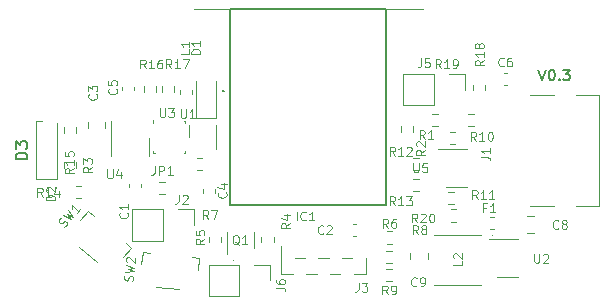
<source format=gto>
G04 #@! TF.GenerationSoftware,KiCad,Pcbnew,(5.1.10)-1*
G04 #@! TF.CreationDate,2021-10-24T01:26:48-05:00*
G04 #@! TF.ProjectId,temp sensor,74656d70-2073-4656-9e73-6f722e6b6963,0.2*
G04 #@! TF.SameCoordinates,Original*
G04 #@! TF.FileFunction,Legend,Top*
G04 #@! TF.FilePolarity,Positive*
%FSLAX45Y45*%
G04 Gerber Fmt 4.5, Leading zero omitted, Abs format (unit mm)*
G04 Created by KiCad (PCBNEW (5.1.10)-1) date 2021-10-24 01:26:48*
%MOMM*%
%LPD*%
G01*
G04 APERTURE LIST*
%ADD10C,0.100000*%
%ADD11C,0.187500*%
%ADD12C,0.200000*%
%ADD13C,0.120000*%
%ADD14C,0.150000*%
G04 APERTURE END LIST*
D10*
X15007000Y-8065000D02*
X13072000Y-8065000D01*
X15599236Y-9982000D02*
G75*
G03*
X15599236Y-9982000I-2236J0D01*
G01*
X13403236Y-10196000D02*
G75*
G03*
X13403236Y-10196000I-2236J0D01*
G01*
X13038000Y-9290000D02*
G75*
G03*
X13038000Y-9290000I-2236J0D01*
G01*
X12633236Y-8932000D02*
G75*
G03*
X12633236Y-8932000I-2236J0D01*
G01*
X12749236Y-8982000D02*
G75*
G03*
X12749236Y-8982000I-2236J0D01*
G01*
D11*
X15987857Y-8580714D02*
X16017857Y-8670714D01*
X16047857Y-8580714D01*
X16095000Y-8580714D02*
X16103571Y-8580714D01*
X16112143Y-8585000D01*
X16116428Y-8589286D01*
X16120714Y-8597857D01*
X16125000Y-8615000D01*
X16125000Y-8636429D01*
X16120714Y-8653571D01*
X16116428Y-8662143D01*
X16112143Y-8666429D01*
X16103571Y-8670714D01*
X16095000Y-8670714D01*
X16086428Y-8666429D01*
X16082143Y-8662143D01*
X16077857Y-8653571D01*
X16073571Y-8636429D01*
X16073571Y-8615000D01*
X16077857Y-8597857D01*
X16082143Y-8589286D01*
X16086428Y-8585000D01*
X16095000Y-8580714D01*
X16163571Y-8662143D02*
X16167857Y-8666429D01*
X16163571Y-8670714D01*
X16159286Y-8666429D01*
X16163571Y-8662143D01*
X16163571Y-8670714D01*
X16197857Y-8580714D02*
X16253571Y-8580714D01*
X16223571Y-8615000D01*
X16236428Y-8615000D01*
X16245000Y-8619286D01*
X16249286Y-8623571D01*
X16253571Y-8632143D01*
X16253571Y-8653571D01*
X16249286Y-8662143D01*
X16245000Y-8666429D01*
X16236428Y-8670714D01*
X16210714Y-8670714D01*
X16202143Y-8666429D01*
X16197857Y-8662143D01*
D12*
G04 #@! TO.C,IC1*
X13373000Y-8564000D02*
X13373000Y-8564000D01*
X13373000Y-8564000D02*
X13373000Y-8064000D01*
X13373000Y-8064000D02*
X13373000Y-8064000D01*
X13373000Y-8064000D02*
X13373000Y-9724000D01*
X13373000Y-9724000D02*
X14693000Y-9724000D01*
X14693000Y-8064000D02*
X14693000Y-8064000D01*
X14693000Y-8064000D02*
X13373000Y-8064000D01*
X13373000Y-8064000D02*
X13373000Y-8064000D01*
X14693000Y-8064000D02*
X14693000Y-8064000D01*
X14693000Y-8064000D02*
X14693000Y-8564000D01*
X14693000Y-8564000D02*
X14693000Y-8564000D01*
X14693000Y-9724000D02*
X14693000Y-8064000D01*
X13313000Y-8764000D02*
X13313000Y-8764000D01*
X13323000Y-8764000D02*
X13323000Y-8764000D01*
X13313000Y-8764000D02*
X13313000Y-8764000D01*
X13323000Y-8764000D02*
G75*
G02*
X13313000Y-8764000I-5000J0D01*
G01*
X13313000Y-8764000D02*
G75*
G02*
X13323000Y-8764000I5000J0D01*
G01*
X13323000Y-8764000D02*
G75*
G02*
X13313000Y-8764000I-5000J0D01*
G01*
D13*
G04 #@! TO.C,R10*
X15236086Y-9211236D02*
X15283538Y-9211236D01*
X15236086Y-9106736D02*
X15283538Y-9106736D01*
G04 #@! TO.C,SW1*
X12097238Y-10080431D02*
X12248180Y-10211643D01*
X12175275Y-9777264D02*
X12109670Y-9852735D01*
X12220558Y-9816628D02*
X12175275Y-9777264D01*
X12537536Y-10092172D02*
X12471930Y-10167643D01*
X12492253Y-10052809D02*
X12537536Y-10092172D01*
G04 #@! TO.C,J2*
X13070236Y-9763602D02*
X13070236Y-9896602D01*
X12937236Y-9763602D02*
X13070236Y-9763602D01*
X12810236Y-9763602D02*
X12810236Y-10029602D01*
X12810236Y-10029602D02*
X12550236Y-10029602D01*
X12810236Y-9763602D02*
X12550236Y-9763602D01*
X12550236Y-9763602D02*
X12550236Y-10029602D01*
G04 #@! TO.C,J3*
X14423500Y-10312000D02*
X14523500Y-10312000D01*
X14223500Y-10312000D02*
X14311500Y-10312000D01*
X14023500Y-10312000D02*
X14111500Y-10312000D01*
X13823500Y-10312000D02*
X13911500Y-10312000D01*
X13811500Y-10312000D02*
X13911500Y-10312000D01*
X14523500Y-10312000D02*
X14523500Y-10312000D01*
X13811500Y-10173000D02*
X13811500Y-10173000D01*
X13811500Y-10173000D02*
X13811500Y-10073500D01*
X14323500Y-10173000D02*
X14411500Y-10173000D01*
X14123500Y-10173000D02*
X14211500Y-10173000D01*
X13923500Y-10173000D02*
X14011500Y-10173000D01*
X14523500Y-10312000D02*
X14523500Y-10173000D01*
X13811500Y-10312000D02*
X13811500Y-10173000D01*
G04 #@! TO.C,R6*
X14701274Y-10054750D02*
X14748726Y-10054750D01*
X14701274Y-9950250D02*
X14748726Y-9950250D01*
G04 #@! TO.C,C5*
X12461500Y-8725942D02*
X12461500Y-8754058D01*
X12563500Y-8725942D02*
X12563500Y-8754058D01*
G04 #@! TO.C,R15*
X12074750Y-9113726D02*
X12074750Y-9066274D01*
X11970250Y-9113726D02*
X11970250Y-9066274D01*
G04 #@! TO.C,R16*
X12748450Y-8768026D02*
X12748450Y-8720574D01*
X12643950Y-8768026D02*
X12643950Y-8720574D01*
G04 #@! TO.C,C4*
X13246000Y-9621558D02*
X13246000Y-9593442D01*
X13144000Y-9621558D02*
X13144000Y-9593442D01*
G04 #@! TO.C,R13*
X14972388Y-9504246D02*
X14924936Y-9504246D01*
X14972388Y-9608746D02*
X14924936Y-9608746D01*
G04 #@! TO.C,R3*
X12074750Y-9413726D02*
X12074750Y-9366274D01*
X11970250Y-9413726D02*
X11970250Y-9366274D01*
G04 #@! TO.C,R2*
X14925526Y-9106948D02*
X14925526Y-9059496D01*
X14821026Y-9106948D02*
X14821026Y-9059496D01*
G04 #@! TO.C,R11*
X15272870Y-9614990D02*
X15225418Y-9614990D01*
X15272870Y-9719490D02*
X15225418Y-9719490D01*
G04 #@! TO.C,R4*
X13640250Y-9996274D02*
X13640250Y-10043726D01*
X13744750Y-9996274D02*
X13744750Y-10043726D01*
G04 #@! TO.C,R7*
X13141226Y-9327750D02*
X13093774Y-9327750D01*
X13141226Y-9432250D02*
X13093774Y-9432250D01*
G04 #@! TO.C,U2*
X15812600Y-10012970D02*
X15567600Y-10012970D01*
X15632600Y-10334970D02*
X15812600Y-10334970D01*
G04 #@! TO.C,C3*
X12171500Y-9023875D02*
X12171500Y-9076125D01*
X12318500Y-9023875D02*
X12318500Y-9076125D01*
G04 #@! TO.C,Q1*
X13583500Y-10095000D02*
X13583500Y-9955000D01*
X13351500Y-9955000D02*
X13351500Y-10145000D01*
G04 #@! TO.C,D1*
X13087500Y-8992500D02*
X13087500Y-8677500D01*
X13257500Y-8992500D02*
X13257500Y-8677500D01*
X13087500Y-8992500D02*
X13257500Y-8992500D01*
G04 #@! TO.C,U4*
X12372000Y-9013400D02*
X12372000Y-9313400D01*
X12694000Y-9163400D02*
X12694000Y-9313400D01*
G04 #@! TO.C,D2*
X11909500Y-9511000D02*
X11737500Y-9511000D01*
X11909500Y-9030000D02*
X11909500Y-9511000D01*
X11737500Y-9019000D02*
X11737500Y-9511000D01*
X11783500Y-9019000D02*
X11737500Y-9019000D01*
G04 #@! TO.C,R12*
X14973150Y-9327716D02*
X14925698Y-9327716D01*
X14973150Y-9432216D02*
X14925698Y-9432216D01*
G04 #@! TO.C,C9*
X14901832Y-10135399D02*
X14901832Y-10187649D01*
X15048832Y-10135399D02*
X15048832Y-10187649D01*
G04 #@! TO.C,R1*
X15087050Y-9060472D02*
X15134502Y-9060472D01*
X15087050Y-8955972D02*
X15134502Y-8955972D01*
G04 #@! TO.C,R9*
X14746226Y-10270250D02*
X14698774Y-10270250D01*
X14746226Y-10374750D02*
X14698774Y-10374750D01*
G04 #@! TO.C,C1*
X12519206Y-9550566D02*
X12519206Y-9578682D01*
X12621206Y-9550566D02*
X12621206Y-9578682D01*
G04 #@! TO.C,R17*
X12900850Y-8768026D02*
X12900850Y-8720574D01*
X12796350Y-8768026D02*
X12796350Y-8720574D01*
G04 #@! TO.C,R14*
X12071274Y-9669750D02*
X12118726Y-9669750D01*
X12071274Y-9565250D02*
X12118726Y-9565250D01*
G04 #@! TO.C,C8*
X15894595Y-9968324D02*
X15946845Y-9968324D01*
X15894595Y-9821324D02*
X15946845Y-9821324D01*
G04 #@! TO.C,R8*
X14698774Y-10219750D02*
X14746226Y-10219750D01*
X14698774Y-10115250D02*
X14746226Y-10115250D01*
G04 #@! TO.C,L2*
X15503300Y-9982100D02*
X15103300Y-9982100D01*
X15503300Y-10402100D02*
X15103300Y-10402100D01*
G04 #@! TO.C,J5*
X15362078Y-8617808D02*
X15362078Y-8750808D01*
X15229078Y-8617808D02*
X15362078Y-8617808D01*
X15102078Y-8617808D02*
X15102078Y-8883808D01*
X15102078Y-8883808D02*
X14842078Y-8883808D01*
X15102078Y-8617808D02*
X14842078Y-8617808D01*
X14842078Y-8617808D02*
X14842078Y-8883808D01*
G04 #@! TO.C,C2*
X14441558Y-9889000D02*
X14413442Y-9889000D01*
X14441558Y-9991000D02*
X14413442Y-9991000D01*
G04 #@! TO.C,J6*
X13715500Y-10232000D02*
X13715500Y-10365000D01*
X13582500Y-10232000D02*
X13715500Y-10232000D01*
X13455500Y-10232000D02*
X13455500Y-10498000D01*
X13455500Y-10498000D02*
X13195500Y-10498000D01*
X13455500Y-10232000D02*
X13195500Y-10232000D01*
X13195500Y-10232000D02*
X13195500Y-10498000D01*
G04 #@! TO.C,R5*
X13299750Y-10043726D02*
X13299750Y-9996274D01*
X13195250Y-10043726D02*
X13195250Y-9996274D01*
D10*
G04 #@! TO.C,U3*
X12728200Y-9030700D02*
X12728200Y-9005700D01*
X12998200Y-9015700D02*
X12998200Y-9030700D01*
X12983200Y-9015700D02*
X12998200Y-9015700D01*
X12998200Y-9285700D02*
X12983200Y-9285700D01*
X12998200Y-9285700D02*
X12998200Y-9270700D01*
X12728200Y-9285700D02*
X12728200Y-9270700D01*
X12728200Y-9286700D02*
X12743200Y-9286700D01*
D13*
G04 #@! TO.C,L1*
X12949000Y-8753722D02*
X12949000Y-8786278D01*
X13051000Y-8753722D02*
X13051000Y-8786278D01*
G04 #@! TO.C,U5*
X15381308Y-9253002D02*
X15136308Y-9253002D01*
X15201308Y-9575002D02*
X15381308Y-9575002D01*
G04 #@! TO.C,U1*
X13253600Y-9250700D02*
X13253600Y-9050700D01*
X13031600Y-9150700D02*
X13031600Y-9050700D01*
G04 #@! TO.C,SW2*
X12746132Y-10417923D02*
X12945036Y-10438828D01*
X12636166Y-10124823D02*
X12625714Y-10224275D01*
X12695838Y-10131094D02*
X12636166Y-10124823D01*
X13113537Y-10174996D02*
X13103084Y-10274448D01*
X13053866Y-10168725D02*
X13113537Y-10174996D01*
G04 #@! TO.C,C6*
X15720910Y-8607352D02*
X15692794Y-8607352D01*
X15720910Y-8709352D02*
X15692794Y-8709352D01*
G04 #@! TO.C,J1*
X16499696Y-9734396D02*
X16499696Y-8794396D01*
X15919696Y-8794396D02*
X16119696Y-8794396D01*
X16309696Y-8794396D02*
X16499696Y-8794396D01*
X15919696Y-9734396D02*
X16119696Y-9734396D01*
X16309696Y-9734396D02*
X16499696Y-9734396D01*
G04 #@! TO.C,R18*
X15536090Y-8709048D02*
X15536090Y-8756500D01*
X15431590Y-8709048D02*
X15431590Y-8756500D01*
G04 #@! TO.C,R19*
X15390772Y-9060106D02*
X15438224Y-9060106D01*
X15390772Y-8955606D02*
X15438224Y-8955606D01*
G04 #@! TO.C,R20*
X15291412Y-9763834D02*
X15243960Y-9763834D01*
X15291412Y-9868334D02*
X15243960Y-9868334D01*
G04 #@! TO.C,F1*
X15614164Y-9928806D02*
X15581608Y-9928806D01*
X15614164Y-9826806D02*
X15581608Y-9826806D01*
G04 #@! TO.C,JP1*
X12778890Y-9528376D02*
X12826342Y-9528376D01*
X12778890Y-9632876D02*
X12826342Y-9632876D01*
G04 #@! TO.C,IC1*
X13940936Y-9857219D02*
X13940936Y-9782219D01*
X14019507Y-9850076D02*
X14015936Y-9853647D01*
X14005221Y-9857219D01*
X13998078Y-9857219D01*
X13987364Y-9853647D01*
X13980221Y-9846504D01*
X13976650Y-9839361D01*
X13973078Y-9825076D01*
X13973078Y-9814361D01*
X13976650Y-9800076D01*
X13980221Y-9792933D01*
X13987364Y-9785790D01*
X13998078Y-9782219D01*
X14005221Y-9782219D01*
X14015936Y-9785790D01*
X14019507Y-9789361D01*
X14090936Y-9857219D02*
X14048078Y-9857219D01*
X14069507Y-9857219D02*
X14069507Y-9782219D01*
X14062364Y-9792933D01*
X14055221Y-9800076D01*
X14048078Y-9803647D01*
G04 #@! TO.C,R10*
X15458740Y-9183009D02*
X15433740Y-9147294D01*
X15415882Y-9183009D02*
X15415882Y-9108009D01*
X15444454Y-9108009D01*
X15451597Y-9111580D01*
X15455168Y-9115151D01*
X15458740Y-9122294D01*
X15458740Y-9133009D01*
X15455168Y-9140151D01*
X15451597Y-9143723D01*
X15444454Y-9147294D01*
X15415882Y-9147294D01*
X15530168Y-9183009D02*
X15487311Y-9183009D01*
X15508740Y-9183009D02*
X15508740Y-9108009D01*
X15501597Y-9118723D01*
X15494454Y-9125866D01*
X15487311Y-9129437D01*
X15576597Y-9108009D02*
X15583740Y-9108009D01*
X15590882Y-9111580D01*
X15594454Y-9115151D01*
X15598025Y-9122294D01*
X15601597Y-9136580D01*
X15601597Y-9154437D01*
X15598025Y-9168723D01*
X15594454Y-9175866D01*
X15590882Y-9179437D01*
X15583740Y-9183009D01*
X15576597Y-9183009D01*
X15569454Y-9179437D01*
X15565882Y-9175866D01*
X15562311Y-9168723D01*
X15558740Y-9154437D01*
X15558740Y-9136580D01*
X15562311Y-9122294D01*
X15565882Y-9115151D01*
X15569454Y-9111580D01*
X15576597Y-9108009D01*
G04 #@! TO.C,SW1*
X11972267Y-9911979D02*
X11981991Y-9906236D01*
X11993707Y-9892759D01*
X11995698Y-9885025D01*
X11995345Y-9879987D01*
X11992297Y-9872605D01*
X11986907Y-9867919D01*
X11979173Y-9865928D01*
X11974134Y-9866281D01*
X11966753Y-9869328D01*
X11954685Y-9877767D01*
X11947304Y-9880815D01*
X11942265Y-9881167D01*
X11934531Y-9879176D01*
X11929141Y-9874490D01*
X11926093Y-9867108D01*
X11925741Y-9862070D01*
X11927731Y-9854336D01*
X11939447Y-9840859D01*
X11949171Y-9835116D01*
X11962877Y-9813905D02*
X12031196Y-9849633D01*
X12000137Y-9803705D01*
X12049940Y-9828070D01*
X12005053Y-9765388D01*
X12106174Y-9763380D02*
X12078057Y-9795725D01*
X12092116Y-9779553D02*
X12035512Y-9730348D01*
X12038912Y-9742768D01*
X12039617Y-9752845D01*
X12037626Y-9760579D01*
G04 #@! TO.C,J2*
X12942236Y-9640531D02*
X12942236Y-9694102D01*
X12938664Y-9704816D01*
X12931522Y-9711959D01*
X12920807Y-9715531D01*
X12913664Y-9715531D01*
X12974379Y-9647673D02*
X12977950Y-9644102D01*
X12985093Y-9640531D01*
X13002950Y-9640531D01*
X13010093Y-9644102D01*
X13013664Y-9647673D01*
X13017236Y-9654816D01*
X13017236Y-9661959D01*
X13013664Y-9672673D01*
X12970807Y-9715531D01*
X13017236Y-9715531D01*
G04 #@! TO.C,J3*
X14465000Y-10386429D02*
X14465000Y-10440000D01*
X14461428Y-10450714D01*
X14454286Y-10457857D01*
X14443571Y-10461429D01*
X14436428Y-10461429D01*
X14493571Y-10386429D02*
X14540000Y-10386429D01*
X14515000Y-10415000D01*
X14525714Y-10415000D01*
X14532857Y-10418571D01*
X14536428Y-10422143D01*
X14540000Y-10429286D01*
X14540000Y-10447143D01*
X14536428Y-10454286D01*
X14532857Y-10457857D01*
X14525714Y-10461429D01*
X14504286Y-10461429D01*
X14497143Y-10457857D01*
X14493571Y-10454286D01*
G04 #@! TO.C,R6*
X14714166Y-9920117D02*
X14689166Y-9884402D01*
X14671309Y-9920117D02*
X14671309Y-9845117D01*
X14699880Y-9845117D01*
X14707023Y-9848688D01*
X14710594Y-9852259D01*
X14714166Y-9859402D01*
X14714166Y-9870117D01*
X14710594Y-9877259D01*
X14707023Y-9880831D01*
X14699880Y-9884402D01*
X14671309Y-9884402D01*
X14778452Y-9845117D02*
X14764166Y-9845117D01*
X14757023Y-9848688D01*
X14753452Y-9852259D01*
X14746309Y-9862974D01*
X14742737Y-9877259D01*
X14742737Y-9905831D01*
X14746309Y-9912974D01*
X14749880Y-9916545D01*
X14757023Y-9920117D01*
X14771309Y-9920117D01*
X14778452Y-9916545D01*
X14782023Y-9912974D01*
X14785594Y-9905831D01*
X14785594Y-9887974D01*
X14782023Y-9880831D01*
X14778452Y-9877259D01*
X14771309Y-9873688D01*
X14757023Y-9873688D01*
X14749880Y-9877259D01*
X14746309Y-9880831D01*
X14742737Y-9887974D01*
G04 #@! TO.C,C5*
X12411786Y-8742500D02*
X12415357Y-8746071D01*
X12418928Y-8756786D01*
X12418928Y-8763929D01*
X12415357Y-8774643D01*
X12408214Y-8781786D01*
X12401071Y-8785357D01*
X12386786Y-8788929D01*
X12376071Y-8788929D01*
X12361786Y-8785357D01*
X12354643Y-8781786D01*
X12347500Y-8774643D01*
X12343928Y-8763929D01*
X12343928Y-8756786D01*
X12347500Y-8746071D01*
X12351071Y-8742500D01*
X12343928Y-8674643D02*
X12343928Y-8710357D01*
X12379643Y-8713929D01*
X12376071Y-8710357D01*
X12372500Y-8703214D01*
X12372500Y-8685357D01*
X12376071Y-8678214D01*
X12379643Y-8674643D01*
X12386786Y-8671071D01*
X12404643Y-8671071D01*
X12411786Y-8674643D01*
X12415357Y-8678214D01*
X12418928Y-8685357D01*
X12418928Y-8703214D01*
X12415357Y-8710357D01*
X12411786Y-8713929D01*
G04 #@! TO.C,R15*
X12052928Y-9416214D02*
X12017214Y-9441214D01*
X12052928Y-9459071D02*
X11977928Y-9459071D01*
X11977928Y-9430500D01*
X11981500Y-9423357D01*
X11985071Y-9419786D01*
X11992214Y-9416214D01*
X12002928Y-9416214D01*
X12010071Y-9419786D01*
X12013643Y-9423357D01*
X12017214Y-9430500D01*
X12017214Y-9459071D01*
X12052928Y-9344786D02*
X12052928Y-9387643D01*
X12052928Y-9366214D02*
X11977928Y-9366214D01*
X11988643Y-9373357D01*
X11995786Y-9380500D01*
X11999357Y-9387643D01*
X11977928Y-9276929D02*
X11977928Y-9312643D01*
X12013643Y-9316214D01*
X12010071Y-9312643D01*
X12006500Y-9305500D01*
X12006500Y-9287643D01*
X12010071Y-9280500D01*
X12013643Y-9276929D01*
X12020786Y-9273357D01*
X12038643Y-9273357D01*
X12045786Y-9276929D01*
X12049357Y-9280500D01*
X12052928Y-9287643D01*
X12052928Y-9305500D01*
X12049357Y-9312643D01*
X12045786Y-9316214D01*
G04 #@! TO.C,R16*
X12660930Y-8570869D02*
X12635930Y-8535154D01*
X12618072Y-8570869D02*
X12618072Y-8495869D01*
X12646644Y-8495869D01*
X12653787Y-8499440D01*
X12657358Y-8503011D01*
X12660930Y-8510154D01*
X12660930Y-8520869D01*
X12657358Y-8528011D01*
X12653787Y-8531583D01*
X12646644Y-8535154D01*
X12618072Y-8535154D01*
X12732358Y-8570869D02*
X12689501Y-8570869D01*
X12710930Y-8570869D02*
X12710930Y-8495869D01*
X12703787Y-8506583D01*
X12696644Y-8513726D01*
X12689501Y-8517297D01*
X12796644Y-8495869D02*
X12782358Y-8495869D01*
X12775215Y-8499440D01*
X12771644Y-8503011D01*
X12764501Y-8513726D01*
X12760930Y-8528011D01*
X12760930Y-8556583D01*
X12764501Y-8563726D01*
X12768072Y-8567297D01*
X12775215Y-8570869D01*
X12789501Y-8570869D01*
X12796644Y-8567297D01*
X12800215Y-8563726D01*
X12803787Y-8556583D01*
X12803787Y-8538726D01*
X12800215Y-8531583D01*
X12796644Y-8528011D01*
X12789501Y-8524440D01*
X12775215Y-8524440D01*
X12768072Y-8528011D01*
X12764501Y-8531583D01*
X12760930Y-8538726D01*
G04 #@! TO.C,C4*
X13339942Y-9617764D02*
X13343513Y-9621335D01*
X13347084Y-9632050D01*
X13347084Y-9639193D01*
X13343513Y-9649907D01*
X13336370Y-9657050D01*
X13329227Y-9660621D01*
X13314942Y-9664193D01*
X13304227Y-9664193D01*
X13289942Y-9660621D01*
X13282799Y-9657050D01*
X13275656Y-9649907D01*
X13272084Y-9639193D01*
X13272084Y-9632050D01*
X13275656Y-9621335D01*
X13279227Y-9617764D01*
X13297084Y-9553478D02*
X13347084Y-9553478D01*
X13268513Y-9571335D02*
X13322084Y-9589193D01*
X13322084Y-9542764D01*
G04 #@! TO.C,R13*
X14773648Y-9730029D02*
X14748648Y-9694314D01*
X14730790Y-9730029D02*
X14730790Y-9655029D01*
X14759362Y-9655029D01*
X14766505Y-9658600D01*
X14770076Y-9662171D01*
X14773648Y-9669314D01*
X14773648Y-9680029D01*
X14770076Y-9687171D01*
X14766505Y-9690743D01*
X14759362Y-9694314D01*
X14730790Y-9694314D01*
X14845076Y-9730029D02*
X14802219Y-9730029D01*
X14823648Y-9730029D02*
X14823648Y-9655029D01*
X14816505Y-9665743D01*
X14809362Y-9672886D01*
X14802219Y-9676457D01*
X14870076Y-9655029D02*
X14916505Y-9655029D01*
X14891505Y-9683600D01*
X14902219Y-9683600D01*
X14909362Y-9687171D01*
X14912933Y-9690743D01*
X14916505Y-9697886D01*
X14916505Y-9715743D01*
X14912933Y-9722886D01*
X14909362Y-9726457D01*
X14902219Y-9730029D01*
X14880790Y-9730029D01*
X14873648Y-9726457D01*
X14870076Y-9722886D01*
G04 #@! TO.C,R3*
X12208828Y-9402500D02*
X12173114Y-9427500D01*
X12208828Y-9445357D02*
X12133828Y-9445357D01*
X12133828Y-9416786D01*
X12137400Y-9409643D01*
X12140971Y-9406071D01*
X12148114Y-9402500D01*
X12158828Y-9402500D01*
X12165971Y-9406071D01*
X12169543Y-9409643D01*
X12173114Y-9416786D01*
X12173114Y-9445357D01*
X12133828Y-9377500D02*
X12133828Y-9331071D01*
X12162400Y-9356071D01*
X12162400Y-9345357D01*
X12165971Y-9338214D01*
X12169543Y-9334643D01*
X12176686Y-9331071D01*
X12194543Y-9331071D01*
X12201686Y-9334643D01*
X12205257Y-9338214D01*
X12208828Y-9345357D01*
X12208828Y-9366786D01*
X12205257Y-9373929D01*
X12201686Y-9377500D01*
G04 #@! TO.C,R2*
X15026786Y-9259624D02*
X14991072Y-9284624D01*
X15026786Y-9302481D02*
X14951786Y-9302481D01*
X14951786Y-9273910D01*
X14955358Y-9266767D01*
X14958929Y-9263195D01*
X14966072Y-9259624D01*
X14976786Y-9259624D01*
X14983929Y-9263195D01*
X14987501Y-9266767D01*
X14991072Y-9273910D01*
X14991072Y-9302481D01*
X14958929Y-9231053D02*
X14955358Y-9227481D01*
X14951786Y-9220338D01*
X14951786Y-9202481D01*
X14955358Y-9195338D01*
X14958929Y-9191767D01*
X14966072Y-9188195D01*
X14973215Y-9188195D01*
X14983929Y-9191767D01*
X15026786Y-9234624D01*
X15026786Y-9188195D01*
G04 #@! TO.C,R11*
X15471786Y-9675929D02*
X15446786Y-9640214D01*
X15428928Y-9675929D02*
X15428928Y-9600929D01*
X15457500Y-9600929D01*
X15464643Y-9604500D01*
X15468214Y-9608071D01*
X15471786Y-9615214D01*
X15471786Y-9625929D01*
X15468214Y-9633071D01*
X15464643Y-9636643D01*
X15457500Y-9640214D01*
X15428928Y-9640214D01*
X15543214Y-9675929D02*
X15500357Y-9675929D01*
X15521786Y-9675929D02*
X15521786Y-9600929D01*
X15514643Y-9611643D01*
X15507500Y-9618786D01*
X15500357Y-9622357D01*
X15614643Y-9675929D02*
X15571786Y-9675929D01*
X15593214Y-9675929D02*
X15593214Y-9600929D01*
X15586071Y-9611643D01*
X15578928Y-9618786D01*
X15571786Y-9622357D01*
G04 #@! TO.C,R4*
X13883928Y-9880000D02*
X13848214Y-9905000D01*
X13883928Y-9922857D02*
X13808928Y-9922857D01*
X13808928Y-9894286D01*
X13812500Y-9887143D01*
X13816071Y-9883571D01*
X13823214Y-9880000D01*
X13833928Y-9880000D01*
X13841071Y-9883571D01*
X13844643Y-9887143D01*
X13848214Y-9894286D01*
X13848214Y-9922857D01*
X13833928Y-9815714D02*
X13883928Y-9815714D01*
X13805357Y-9833571D02*
X13858928Y-9851429D01*
X13858928Y-9805000D01*
G04 #@! TO.C,R7*
X13193900Y-9845729D02*
X13168900Y-9810014D01*
X13151043Y-9845729D02*
X13151043Y-9770729D01*
X13179614Y-9770729D01*
X13186757Y-9774300D01*
X13190328Y-9777871D01*
X13193900Y-9785014D01*
X13193900Y-9795729D01*
X13190328Y-9802871D01*
X13186757Y-9806443D01*
X13179614Y-9810014D01*
X13151043Y-9810014D01*
X13218900Y-9770729D02*
X13268900Y-9770729D01*
X13236757Y-9845729D01*
G04 #@! TO.C,U2*
X15951969Y-10140773D02*
X15951969Y-10201487D01*
X15955540Y-10208630D01*
X15959112Y-10212201D01*
X15966255Y-10215773D01*
X15980540Y-10215773D01*
X15987683Y-10212201D01*
X15991255Y-10208630D01*
X15994826Y-10201487D01*
X15994826Y-10140773D01*
X16026969Y-10147915D02*
X16030540Y-10144344D01*
X16037683Y-10140773D01*
X16055540Y-10140773D01*
X16062683Y-10144344D01*
X16066255Y-10147915D01*
X16069826Y-10155058D01*
X16069826Y-10162201D01*
X16066255Y-10172915D01*
X16023398Y-10215773D01*
X16069826Y-10215773D01*
G04 #@! TO.C,C3*
X12243786Y-8787500D02*
X12247357Y-8791071D01*
X12250928Y-8801786D01*
X12250928Y-8808929D01*
X12247357Y-8819643D01*
X12240214Y-8826786D01*
X12233071Y-8830357D01*
X12218786Y-8833929D01*
X12208071Y-8833929D01*
X12193786Y-8830357D01*
X12186643Y-8826786D01*
X12179500Y-8819643D01*
X12175928Y-8808929D01*
X12175928Y-8801786D01*
X12179500Y-8791071D01*
X12183071Y-8787500D01*
X12175928Y-8762500D02*
X12175928Y-8716071D01*
X12204500Y-8741071D01*
X12204500Y-8730357D01*
X12208071Y-8723214D01*
X12211643Y-8719643D01*
X12218786Y-8716071D01*
X12236643Y-8716071D01*
X12243786Y-8719643D01*
X12247357Y-8723214D01*
X12250928Y-8730357D01*
X12250928Y-8751786D01*
X12247357Y-8758929D01*
X12243786Y-8762500D01*
G04 #@! TO.C,Q1*
X13454857Y-10064927D02*
X13447714Y-10061356D01*
X13440571Y-10054213D01*
X13429857Y-10043499D01*
X13422714Y-10039927D01*
X13415571Y-10039927D01*
X13419143Y-10057785D02*
X13412000Y-10054213D01*
X13404857Y-10047070D01*
X13401286Y-10032785D01*
X13401286Y-10007785D01*
X13404857Y-9993499D01*
X13412000Y-9986356D01*
X13419143Y-9982785D01*
X13433428Y-9982785D01*
X13440571Y-9986356D01*
X13447714Y-9993499D01*
X13451286Y-10007785D01*
X13451286Y-10032785D01*
X13447714Y-10047070D01*
X13440571Y-10054213D01*
X13433428Y-10057785D01*
X13419143Y-10057785D01*
X13522714Y-10057785D02*
X13479857Y-10057785D01*
X13501286Y-10057785D02*
X13501286Y-9982785D01*
X13494143Y-9993499D01*
X13487000Y-10000642D01*
X13479857Y-10004213D01*
G04 #@! TO.C,D1*
X13123818Y-8448787D02*
X13048818Y-8448787D01*
X13048818Y-8430930D01*
X13052390Y-8420216D01*
X13059533Y-8413073D01*
X13066676Y-8409501D01*
X13080961Y-8405930D01*
X13091676Y-8405930D01*
X13105961Y-8409501D01*
X13113104Y-8413073D01*
X13120247Y-8420216D01*
X13123818Y-8430930D01*
X13123818Y-8448787D01*
X13123818Y-8334501D02*
X13123818Y-8377358D01*
X13123818Y-8355930D02*
X13048818Y-8355930D01*
X13059533Y-8363073D01*
X13066676Y-8370216D01*
X13070247Y-8377358D01*
G04 #@! TO.C,U4*
X12338565Y-9426525D02*
X12338565Y-9487239D01*
X12342136Y-9494382D01*
X12345708Y-9497953D01*
X12352851Y-9501525D01*
X12367136Y-9501525D01*
X12374279Y-9497953D01*
X12377851Y-9494382D01*
X12381422Y-9487239D01*
X12381422Y-9426525D01*
X12449279Y-9451525D02*
X12449279Y-9501525D01*
X12431422Y-9422953D02*
X12413565Y-9476525D01*
X12459994Y-9476525D01*
G04 #@! TO.C,D2*
X11895528Y-9688657D02*
X11820528Y-9688657D01*
X11820528Y-9670800D01*
X11824100Y-9660086D01*
X11831243Y-9652943D01*
X11838386Y-9649371D01*
X11852671Y-9645800D01*
X11863386Y-9645800D01*
X11877671Y-9649371D01*
X11884814Y-9652943D01*
X11891957Y-9660086D01*
X11895528Y-9670800D01*
X11895528Y-9688657D01*
X11827671Y-9617229D02*
X11824100Y-9613657D01*
X11820528Y-9606514D01*
X11820528Y-9588657D01*
X11824100Y-9581514D01*
X11827671Y-9577943D01*
X11834814Y-9574371D01*
X11841957Y-9574371D01*
X11852671Y-9577943D01*
X11895528Y-9620800D01*
X11895528Y-9574371D01*
G04 #@! TO.C,R12*
X14773194Y-9308993D02*
X14748194Y-9273278D01*
X14730336Y-9308993D02*
X14730336Y-9233993D01*
X14758908Y-9233993D01*
X14766051Y-9237564D01*
X14769622Y-9241135D01*
X14773194Y-9248278D01*
X14773194Y-9258993D01*
X14769622Y-9266135D01*
X14766051Y-9269707D01*
X14758908Y-9273278D01*
X14730336Y-9273278D01*
X14844622Y-9308993D02*
X14801765Y-9308993D01*
X14823194Y-9308993D02*
X14823194Y-9233993D01*
X14816051Y-9244707D01*
X14808908Y-9251850D01*
X14801765Y-9255421D01*
X14873194Y-9241135D02*
X14876765Y-9237564D01*
X14883908Y-9233993D01*
X14901765Y-9233993D01*
X14908908Y-9237564D01*
X14912479Y-9241135D01*
X14916051Y-9248278D01*
X14916051Y-9255421D01*
X14912479Y-9266135D01*
X14869622Y-9308993D01*
X14916051Y-9308993D01*
G04 #@! TO.C,C9*
X14955332Y-10408310D02*
X14951760Y-10411881D01*
X14941046Y-10415453D01*
X14933903Y-10415453D01*
X14923189Y-10411881D01*
X14916046Y-10404738D01*
X14912475Y-10397595D01*
X14908903Y-10383310D01*
X14908903Y-10372595D01*
X14912475Y-10358310D01*
X14916046Y-10351167D01*
X14923189Y-10344024D01*
X14933903Y-10340453D01*
X14941046Y-10340453D01*
X14951760Y-10344024D01*
X14955332Y-10347595D01*
X14991046Y-10415453D02*
X15005332Y-10415453D01*
X15012475Y-10411881D01*
X15016046Y-10408310D01*
X15023189Y-10397595D01*
X15026760Y-10383310D01*
X15026760Y-10354738D01*
X15023189Y-10347595D01*
X15019618Y-10344024D01*
X15012475Y-10340453D01*
X14998189Y-10340453D01*
X14991046Y-10344024D01*
X14987475Y-10347595D01*
X14983903Y-10354738D01*
X14983903Y-10372595D01*
X14987475Y-10379738D01*
X14991046Y-10383310D01*
X14998189Y-10386881D01*
X15012475Y-10386881D01*
X15019618Y-10383310D01*
X15023189Y-10379738D01*
X15026760Y-10372595D01*
G04 #@! TO.C,R1*
X15026078Y-9168785D02*
X15001078Y-9133070D01*
X14983221Y-9168785D02*
X14983221Y-9093785D01*
X15011792Y-9093785D01*
X15018935Y-9097356D01*
X15022506Y-9100927D01*
X15026078Y-9108070D01*
X15026078Y-9118785D01*
X15022506Y-9125927D01*
X15018935Y-9129499D01*
X15011792Y-9133070D01*
X14983221Y-9133070D01*
X15097506Y-9168785D02*
X15054649Y-9168785D01*
X15076078Y-9168785D02*
X15076078Y-9093785D01*
X15068935Y-9104499D01*
X15061792Y-9111642D01*
X15054649Y-9115213D01*
G04 #@! TO.C,R9*
X14709848Y-10483997D02*
X14684848Y-10448282D01*
X14666991Y-10483997D02*
X14666991Y-10408997D01*
X14695562Y-10408997D01*
X14702705Y-10412568D01*
X14706276Y-10416139D01*
X14709848Y-10423282D01*
X14709848Y-10433997D01*
X14706276Y-10441139D01*
X14702705Y-10444711D01*
X14695562Y-10448282D01*
X14666991Y-10448282D01*
X14745562Y-10483997D02*
X14759848Y-10483997D01*
X14766991Y-10480425D01*
X14770562Y-10476854D01*
X14777705Y-10466139D01*
X14781276Y-10451854D01*
X14781276Y-10423282D01*
X14777705Y-10416139D01*
X14774134Y-10412568D01*
X14766991Y-10408997D01*
X14752705Y-10408997D01*
X14745562Y-10412568D01*
X14741991Y-10416139D01*
X14738419Y-10423282D01*
X14738419Y-10441139D01*
X14741991Y-10448282D01*
X14745562Y-10451854D01*
X14752705Y-10455425D01*
X14766991Y-10455425D01*
X14774134Y-10451854D01*
X14777705Y-10448282D01*
X14781276Y-10441139D01*
G04 #@! TO.C,C1*
X12505786Y-9791500D02*
X12509357Y-9795071D01*
X12512928Y-9805786D01*
X12512928Y-9812929D01*
X12509357Y-9823643D01*
X12502214Y-9830786D01*
X12495071Y-9834357D01*
X12480786Y-9837929D01*
X12470071Y-9837929D01*
X12455786Y-9834357D01*
X12448643Y-9830786D01*
X12441500Y-9823643D01*
X12437928Y-9812929D01*
X12437928Y-9805786D01*
X12441500Y-9795071D01*
X12445071Y-9791500D01*
X12512928Y-9720071D02*
X12512928Y-9762929D01*
X12512928Y-9741500D02*
X12437928Y-9741500D01*
X12448643Y-9748643D01*
X12455786Y-9755786D01*
X12459357Y-9762929D01*
G04 #@! TO.C,R17*
X12880386Y-8569853D02*
X12855386Y-8534138D01*
X12837528Y-8569853D02*
X12837528Y-8494853D01*
X12866100Y-8494853D01*
X12873243Y-8498424D01*
X12876814Y-8501995D01*
X12880386Y-8509138D01*
X12880386Y-8519853D01*
X12876814Y-8526995D01*
X12873243Y-8530567D01*
X12866100Y-8534138D01*
X12837528Y-8534138D01*
X12951814Y-8569853D02*
X12908957Y-8569853D01*
X12930386Y-8569853D02*
X12930386Y-8494853D01*
X12923243Y-8505567D01*
X12916100Y-8512710D01*
X12908957Y-8516281D01*
X12976814Y-8494853D02*
X13026814Y-8494853D01*
X12994671Y-8569853D01*
G04 #@! TO.C,R14*
X11789004Y-9656045D02*
X11764004Y-9620330D01*
X11746146Y-9656045D02*
X11746146Y-9581045D01*
X11774718Y-9581045D01*
X11781861Y-9584616D01*
X11785432Y-9588187D01*
X11789004Y-9595330D01*
X11789004Y-9606045D01*
X11785432Y-9613187D01*
X11781861Y-9616759D01*
X11774718Y-9620330D01*
X11746146Y-9620330D01*
X11860432Y-9656045D02*
X11817575Y-9656045D01*
X11839004Y-9656045D02*
X11839004Y-9581045D01*
X11831861Y-9591759D01*
X11824718Y-9598902D01*
X11817575Y-9602473D01*
X11924718Y-9606045D02*
X11924718Y-9656045D01*
X11906861Y-9577473D02*
X11889004Y-9631045D01*
X11935432Y-9631045D01*
G04 #@! TO.C,C8*
X16157140Y-9922626D02*
X16153568Y-9926197D01*
X16142854Y-9929769D01*
X16135711Y-9929769D01*
X16124997Y-9926197D01*
X16117854Y-9919054D01*
X16114283Y-9911911D01*
X16110711Y-9897626D01*
X16110711Y-9886911D01*
X16114283Y-9872626D01*
X16117854Y-9865483D01*
X16124997Y-9858340D01*
X16135711Y-9854769D01*
X16142854Y-9854769D01*
X16153568Y-9858340D01*
X16157140Y-9861911D01*
X16199997Y-9886911D02*
X16192854Y-9883340D01*
X16189283Y-9879769D01*
X16185711Y-9872626D01*
X16185711Y-9869054D01*
X16189283Y-9861911D01*
X16192854Y-9858340D01*
X16199997Y-9854769D01*
X16214283Y-9854769D01*
X16221426Y-9858340D01*
X16224997Y-9861911D01*
X16228568Y-9869054D01*
X16228568Y-9872626D01*
X16224997Y-9879769D01*
X16221426Y-9883340D01*
X16214283Y-9886911D01*
X16199997Y-9886911D01*
X16192854Y-9890483D01*
X16189283Y-9894054D01*
X16185711Y-9901197D01*
X16185711Y-9915483D01*
X16189283Y-9922626D01*
X16192854Y-9926197D01*
X16199997Y-9929769D01*
X16214283Y-9929769D01*
X16221426Y-9926197D01*
X16224997Y-9922626D01*
X16228568Y-9915483D01*
X16228568Y-9901197D01*
X16224997Y-9894054D01*
X16221426Y-9890483D01*
X16214283Y-9886911D01*
G04 #@! TO.C,R8*
X14967912Y-9973965D02*
X14942912Y-9938250D01*
X14925055Y-9973965D02*
X14925055Y-9898965D01*
X14953626Y-9898965D01*
X14960769Y-9902536D01*
X14964340Y-9906107D01*
X14967912Y-9913250D01*
X14967912Y-9923965D01*
X14964340Y-9931107D01*
X14960769Y-9934679D01*
X14953626Y-9938250D01*
X14925055Y-9938250D01*
X15010769Y-9931107D02*
X15003626Y-9927536D01*
X15000055Y-9923965D01*
X14996483Y-9916822D01*
X14996483Y-9913250D01*
X15000055Y-9906107D01*
X15003626Y-9902536D01*
X15010769Y-9898965D01*
X15025055Y-9898965D01*
X15032198Y-9902536D01*
X15035769Y-9906107D01*
X15039340Y-9913250D01*
X15039340Y-9916822D01*
X15035769Y-9923965D01*
X15032198Y-9927536D01*
X15025055Y-9931107D01*
X15010769Y-9931107D01*
X15003626Y-9934679D01*
X15000055Y-9938250D01*
X14996483Y-9945393D01*
X14996483Y-9959679D01*
X15000055Y-9966822D01*
X15003626Y-9970393D01*
X15010769Y-9973965D01*
X15025055Y-9973965D01*
X15032198Y-9970393D01*
X15035769Y-9966822D01*
X15039340Y-9959679D01*
X15039340Y-9945393D01*
X15035769Y-9938250D01*
X15032198Y-9934679D01*
X15025055Y-9931107D01*
G04 #@! TO.C,L2*
X15341746Y-10198916D02*
X15341746Y-10234630D01*
X15266746Y-10234630D01*
X15273889Y-10177487D02*
X15270318Y-10173916D01*
X15266746Y-10166773D01*
X15266746Y-10148916D01*
X15270318Y-10141773D01*
X15273889Y-10138202D01*
X15281032Y-10134630D01*
X15288175Y-10134630D01*
X15298889Y-10138202D01*
X15341746Y-10181059D01*
X15341746Y-10134630D01*
G04 #@! TO.C,J5*
X14993258Y-8485963D02*
X14993258Y-8539534D01*
X14989686Y-8550248D01*
X14982544Y-8557391D01*
X14971829Y-8560963D01*
X14964686Y-8560963D01*
X15064686Y-8485963D02*
X15028972Y-8485963D01*
X15025401Y-8521677D01*
X15028972Y-8518105D01*
X15036115Y-8514534D01*
X15053972Y-8514534D01*
X15061115Y-8518105D01*
X15064686Y-8521677D01*
X15068258Y-8528820D01*
X15068258Y-8546677D01*
X15064686Y-8553820D01*
X15061115Y-8557391D01*
X15053972Y-8560963D01*
X15036115Y-8560963D01*
X15028972Y-8557391D01*
X15025401Y-8553820D01*
G04 #@! TO.C,C2*
X14167304Y-9966314D02*
X14163732Y-9969885D01*
X14153018Y-9973457D01*
X14145875Y-9973457D01*
X14135161Y-9969885D01*
X14128018Y-9962742D01*
X14124447Y-9955599D01*
X14120875Y-9941314D01*
X14120875Y-9930599D01*
X14124447Y-9916314D01*
X14128018Y-9909171D01*
X14135161Y-9902028D01*
X14145875Y-9898457D01*
X14153018Y-9898457D01*
X14163732Y-9902028D01*
X14167304Y-9905599D01*
X14195875Y-9905599D02*
X14199447Y-9902028D01*
X14206590Y-9898457D01*
X14224447Y-9898457D01*
X14231590Y-9902028D01*
X14235161Y-9905599D01*
X14238732Y-9912742D01*
X14238732Y-9919885D01*
X14235161Y-9930599D01*
X14192304Y-9973457D01*
X14238732Y-9973457D01*
G04 #@! TO.C,J6*
X13766428Y-10430000D02*
X13820000Y-10430000D01*
X13830714Y-10433571D01*
X13837857Y-10440714D01*
X13841428Y-10451429D01*
X13841428Y-10458571D01*
X13766428Y-10362143D02*
X13766428Y-10376429D01*
X13770000Y-10383571D01*
X13773571Y-10387143D01*
X13784286Y-10394286D01*
X13798571Y-10397857D01*
X13827143Y-10397857D01*
X13834286Y-10394286D01*
X13837857Y-10390714D01*
X13841428Y-10383571D01*
X13841428Y-10369286D01*
X13837857Y-10362143D01*
X13834286Y-10358571D01*
X13827143Y-10355000D01*
X13809286Y-10355000D01*
X13802143Y-10358571D01*
X13798571Y-10362143D01*
X13795000Y-10369286D01*
X13795000Y-10383571D01*
X13798571Y-10390714D01*
X13802143Y-10394286D01*
X13809286Y-10397857D01*
G04 #@! TO.C,R5*
X13159378Y-10012480D02*
X13123664Y-10037480D01*
X13159378Y-10055337D02*
X13084378Y-10055337D01*
X13084378Y-10026766D01*
X13087950Y-10019623D01*
X13091521Y-10016051D01*
X13098664Y-10012480D01*
X13109378Y-10012480D01*
X13116521Y-10016051D01*
X13120093Y-10019623D01*
X13123664Y-10026766D01*
X13123664Y-10055337D01*
X13084378Y-9944623D02*
X13084378Y-9980337D01*
X13120093Y-9983909D01*
X13116521Y-9980337D01*
X13112950Y-9973194D01*
X13112950Y-9955337D01*
X13116521Y-9948194D01*
X13120093Y-9944623D01*
X13127236Y-9941051D01*
X13145093Y-9941051D01*
X13152236Y-9944623D01*
X13155807Y-9948194D01*
X13159378Y-9955337D01*
X13159378Y-9973194D01*
X13155807Y-9980337D01*
X13152236Y-9983909D01*
G04 #@! TO.C,U3*
X12783573Y-8907857D02*
X12783573Y-8968571D01*
X12787144Y-8975714D01*
X12790716Y-8979285D01*
X12797859Y-8982857D01*
X12812144Y-8982857D01*
X12819287Y-8979285D01*
X12822859Y-8975714D01*
X12826430Y-8968571D01*
X12826430Y-8907857D01*
X12855002Y-8907857D02*
X12901430Y-8907857D01*
X12876430Y-8936428D01*
X12887144Y-8936428D01*
X12894287Y-8939999D01*
X12897859Y-8943571D01*
X12901430Y-8950714D01*
X12901430Y-8968571D01*
X12897859Y-8975714D01*
X12894287Y-8979285D01*
X12887144Y-8982857D01*
X12865716Y-8982857D01*
X12858573Y-8979285D01*
X12855002Y-8975714D01*
G04 #@! TO.C,L1*
X13032632Y-8409740D02*
X13032632Y-8445454D01*
X12957632Y-8445454D01*
X13032632Y-8345454D02*
X13032632Y-8388311D01*
X13032632Y-8366883D02*
X12957632Y-8366883D01*
X12968347Y-8374026D01*
X12975490Y-8381168D01*
X12979061Y-8388311D01*
G04 #@! TO.C,U5*
X14929365Y-9372931D02*
X14929365Y-9433645D01*
X14932936Y-9440788D01*
X14936508Y-9444359D01*
X14943651Y-9447931D01*
X14957936Y-9447931D01*
X14965079Y-9444359D01*
X14968651Y-9440788D01*
X14972222Y-9433645D01*
X14972222Y-9372931D01*
X15043651Y-9372931D02*
X15007936Y-9372931D01*
X15004365Y-9408645D01*
X15007936Y-9405073D01*
X15015079Y-9401502D01*
X15032936Y-9401502D01*
X15040079Y-9405073D01*
X15043651Y-9408645D01*
X15047222Y-9415788D01*
X15047222Y-9433645D01*
X15043651Y-9440788D01*
X15040079Y-9444359D01*
X15032936Y-9447931D01*
X15015079Y-9447931D01*
X15007936Y-9444359D01*
X15004365Y-9440788D01*
G04 #@! TO.C,U1*
X12958579Y-8917763D02*
X12958579Y-8978477D01*
X12962150Y-8985620D01*
X12965722Y-8989191D01*
X12972865Y-8992763D01*
X12987150Y-8992763D01*
X12994293Y-8989191D01*
X12997865Y-8985620D01*
X13001436Y-8978477D01*
X13001436Y-8917763D01*
X13076436Y-8992763D02*
X13033579Y-8992763D01*
X13055008Y-8992763D02*
X13055008Y-8917763D01*
X13047865Y-8928477D01*
X13040722Y-8935620D01*
X13033579Y-8939191D01*
G04 #@! TO.C,SW2*
X12549738Y-10371625D02*
X12554410Y-10361343D01*
X12556276Y-10343584D01*
X12553471Y-10336107D01*
X12550293Y-10332182D01*
X12543562Y-10327883D01*
X12536458Y-10327136D01*
X12528981Y-10329942D01*
X12525056Y-10333120D01*
X12520758Y-10339851D01*
X12515713Y-10353685D01*
X12511414Y-10360415D01*
X12507489Y-10363594D01*
X12500012Y-10366399D01*
X12492908Y-10365652D01*
X12486178Y-10361354D01*
X12482999Y-10357429D01*
X12480194Y-10349952D01*
X12482060Y-10332192D01*
X12486732Y-10321910D01*
X12485794Y-10296674D02*
X12562249Y-10286754D01*
X12510465Y-10266947D01*
X12565236Y-10258339D01*
X12492513Y-10232740D01*
X12502230Y-10208624D02*
X12499052Y-10204698D01*
X12496246Y-10197221D01*
X12498113Y-10179462D01*
X12502412Y-10172732D01*
X12506337Y-10169553D01*
X12513814Y-10166748D01*
X12520917Y-10167495D01*
X12531200Y-10172166D01*
X12569342Y-10219269D01*
X12574195Y-10173094D01*
G04 #@! TO.C,C6*
X15692500Y-8546786D02*
X15688928Y-8550357D01*
X15678214Y-8553929D01*
X15671071Y-8553929D01*
X15660357Y-8550357D01*
X15653214Y-8543214D01*
X15649643Y-8536071D01*
X15646071Y-8521786D01*
X15646071Y-8511071D01*
X15649643Y-8496786D01*
X15653214Y-8489643D01*
X15660357Y-8482500D01*
X15671071Y-8478929D01*
X15678214Y-8478929D01*
X15688928Y-8482500D01*
X15692500Y-8486071D01*
X15756786Y-8478929D02*
X15742500Y-8478929D01*
X15735357Y-8482500D01*
X15731786Y-8486071D01*
X15724643Y-8496786D01*
X15721071Y-8511071D01*
X15721071Y-8539643D01*
X15724643Y-8546786D01*
X15728214Y-8550357D01*
X15735357Y-8553929D01*
X15749643Y-8553929D01*
X15756786Y-8550357D01*
X15760357Y-8546786D01*
X15763928Y-8539643D01*
X15763928Y-8521786D01*
X15760357Y-8514643D01*
X15756786Y-8511071D01*
X15749643Y-8507500D01*
X15735357Y-8507500D01*
X15728214Y-8511071D01*
X15724643Y-8514643D01*
X15721071Y-8521786D01*
G04 #@! TO.C,J1*
X15501950Y-9321654D02*
X15555522Y-9321654D01*
X15566236Y-9325225D01*
X15573379Y-9332368D01*
X15576950Y-9343083D01*
X15576950Y-9350225D01*
X15576950Y-9246654D02*
X15576950Y-9289511D01*
X15576950Y-9268083D02*
X15501950Y-9268083D01*
X15512665Y-9275225D01*
X15519808Y-9282368D01*
X15523379Y-9289511D01*
G04 #@! TO.C,R18*
X15525928Y-8501214D02*
X15490214Y-8526214D01*
X15525928Y-8544071D02*
X15450928Y-8544071D01*
X15450928Y-8515500D01*
X15454500Y-8508357D01*
X15458071Y-8504786D01*
X15465214Y-8501214D01*
X15475928Y-8501214D01*
X15483071Y-8504786D01*
X15486643Y-8508357D01*
X15490214Y-8515500D01*
X15490214Y-8544071D01*
X15525928Y-8429786D02*
X15525928Y-8472643D01*
X15525928Y-8451214D02*
X15450928Y-8451214D01*
X15461643Y-8458357D01*
X15468786Y-8465500D01*
X15472357Y-8472643D01*
X15483071Y-8386928D02*
X15479500Y-8394071D01*
X15475928Y-8397643D01*
X15468786Y-8401214D01*
X15465214Y-8401214D01*
X15458071Y-8397643D01*
X15454500Y-8394071D01*
X15450928Y-8386928D01*
X15450928Y-8372643D01*
X15454500Y-8365500D01*
X15458071Y-8361928D01*
X15465214Y-8358357D01*
X15468786Y-8358357D01*
X15475928Y-8361928D01*
X15479500Y-8365500D01*
X15483071Y-8372643D01*
X15483071Y-8386928D01*
X15486643Y-8394071D01*
X15490214Y-8397643D01*
X15497357Y-8401214D01*
X15511643Y-8401214D01*
X15518786Y-8397643D01*
X15522357Y-8394071D01*
X15525928Y-8386928D01*
X15525928Y-8372643D01*
X15522357Y-8365500D01*
X15518786Y-8361928D01*
X15511643Y-8358357D01*
X15497357Y-8358357D01*
X15490214Y-8361928D01*
X15486643Y-8365500D01*
X15483071Y-8372643D01*
G04 #@! TO.C,R19*
X15160786Y-8569929D02*
X15135786Y-8534214D01*
X15117928Y-8569929D02*
X15117928Y-8494929D01*
X15146500Y-8494929D01*
X15153643Y-8498500D01*
X15157214Y-8502071D01*
X15160786Y-8509214D01*
X15160786Y-8519929D01*
X15157214Y-8527071D01*
X15153643Y-8530643D01*
X15146500Y-8534214D01*
X15117928Y-8534214D01*
X15232214Y-8569929D02*
X15189357Y-8569929D01*
X15210786Y-8569929D02*
X15210786Y-8494929D01*
X15203643Y-8505643D01*
X15196500Y-8512786D01*
X15189357Y-8516357D01*
X15267928Y-8569929D02*
X15282214Y-8569929D01*
X15289357Y-8566357D01*
X15292928Y-8562786D01*
X15300071Y-8552071D01*
X15303643Y-8537786D01*
X15303643Y-8509214D01*
X15300071Y-8502071D01*
X15296500Y-8498500D01*
X15289357Y-8494929D01*
X15275071Y-8494929D01*
X15267928Y-8498500D01*
X15264357Y-8502071D01*
X15260786Y-8509214D01*
X15260786Y-8527071D01*
X15264357Y-8534214D01*
X15267928Y-8537786D01*
X15275071Y-8541357D01*
X15289357Y-8541357D01*
X15296500Y-8537786D01*
X15300071Y-8534214D01*
X15303643Y-8527071D01*
G04 #@! TO.C,R20*
X14962424Y-9875159D02*
X14937424Y-9839444D01*
X14919566Y-9875159D02*
X14919566Y-9800159D01*
X14948138Y-9800159D01*
X14955281Y-9803730D01*
X14958852Y-9807301D01*
X14962424Y-9814444D01*
X14962424Y-9825159D01*
X14958852Y-9832301D01*
X14955281Y-9835873D01*
X14948138Y-9839444D01*
X14919566Y-9839444D01*
X14990995Y-9807301D02*
X14994566Y-9803730D01*
X15001709Y-9800159D01*
X15019566Y-9800159D01*
X15026709Y-9803730D01*
X15030281Y-9807301D01*
X15033852Y-9814444D01*
X15033852Y-9821587D01*
X15030281Y-9832301D01*
X14987424Y-9875159D01*
X15033852Y-9875159D01*
X15080281Y-9800159D02*
X15087424Y-9800159D01*
X15094566Y-9803730D01*
X15098138Y-9807301D01*
X15101709Y-9814444D01*
X15105281Y-9828730D01*
X15105281Y-9846587D01*
X15101709Y-9860873D01*
X15098138Y-9868016D01*
X15094566Y-9871587D01*
X15087424Y-9875159D01*
X15080281Y-9875159D01*
X15073138Y-9871587D01*
X15069566Y-9868016D01*
X15065995Y-9860873D01*
X15062424Y-9846587D01*
X15062424Y-9828730D01*
X15065995Y-9814444D01*
X15069566Y-9807301D01*
X15073138Y-9803730D01*
X15080281Y-9800159D01*
G04 #@! TO.C,F1*
X15543000Y-9749643D02*
X15518000Y-9749643D01*
X15518000Y-9788929D02*
X15518000Y-9713929D01*
X15553714Y-9713929D01*
X15621571Y-9788929D02*
X15578714Y-9788929D01*
X15600143Y-9788929D02*
X15600143Y-9713929D01*
X15593000Y-9724643D01*
X15585857Y-9731786D01*
X15578714Y-9735357D01*
G04 #@! TO.C,JP1*
X12740116Y-9396555D02*
X12740116Y-9450126D01*
X12736544Y-9460840D01*
X12729402Y-9467983D01*
X12718687Y-9471555D01*
X12711544Y-9471555D01*
X12775830Y-9471555D02*
X12775830Y-9396555D01*
X12804402Y-9396555D01*
X12811544Y-9400126D01*
X12815116Y-9403697D01*
X12818687Y-9410840D01*
X12818687Y-9421555D01*
X12815116Y-9428697D01*
X12811544Y-9432269D01*
X12804402Y-9435840D01*
X12775830Y-9435840D01*
X12890116Y-9471555D02*
X12847259Y-9471555D01*
X12868687Y-9471555D02*
X12868687Y-9396555D01*
X12861544Y-9407269D01*
X12854402Y-9414412D01*
X12847259Y-9417983D01*
G04 #@! TO.C,D3*
D14*
X11660238Y-9339810D02*
X11560238Y-9339810D01*
X11560238Y-9316000D01*
X11565000Y-9301714D01*
X11574524Y-9292190D01*
X11584048Y-9287429D01*
X11603095Y-9282667D01*
X11617381Y-9282667D01*
X11636428Y-9287429D01*
X11645952Y-9292190D01*
X11655476Y-9301714D01*
X11660238Y-9316000D01*
X11660238Y-9339810D01*
X11560238Y-9249333D02*
X11560238Y-9187429D01*
X11598333Y-9220762D01*
X11598333Y-9206476D01*
X11603095Y-9196952D01*
X11607857Y-9192190D01*
X11617381Y-9187429D01*
X11641190Y-9187429D01*
X11650714Y-9192190D01*
X11655476Y-9196952D01*
X11660238Y-9206476D01*
X11660238Y-9235048D01*
X11655476Y-9244571D01*
X11650714Y-9249333D01*
G04 #@! TD*
M02*

</source>
